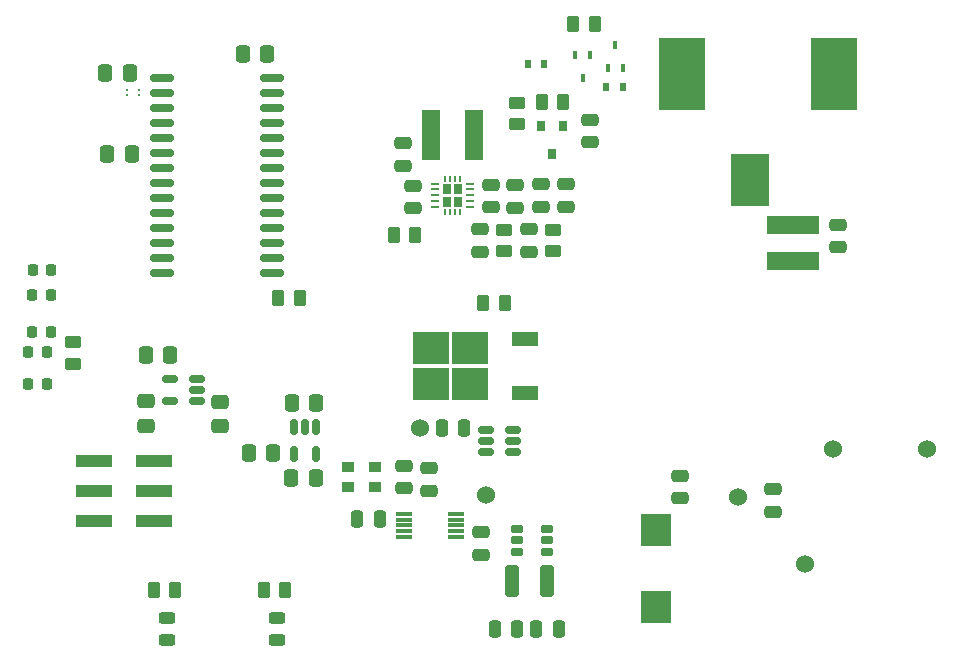
<source format=gbr>
%TF.GenerationSoftware,KiCad,Pcbnew,(6.0.4-0)*%
%TF.CreationDate,2023-06-21T21:10:11-04:00*%
%TF.ProjectId,SignalSlinger,5369676e-616c-4536-9c69-6e6765722e6b,rev?*%
%TF.SameCoordinates,Original*%
%TF.FileFunction,Paste,Top*%
%TF.FilePolarity,Positive*%
%FSLAX46Y46*%
G04 Gerber Fmt 4.6, Leading zero omitted, Abs format (unit mm)*
G04 Created by KiCad (PCBNEW (6.0.4-0)) date 2023-06-21 21:10:11*
%MOMM*%
%LPD*%
G01*
G04 APERTURE LIST*
G04 Aperture macros list*
%AMRoundRect*
0 Rectangle with rounded corners*
0 $1 Rounding radius*
0 $2 $3 $4 $5 $6 $7 $8 $9 X,Y pos of 4 corners*
0 Add a 4 corners polygon primitive as box body*
4,1,4,$2,$3,$4,$5,$6,$7,$8,$9,$2,$3,0*
0 Add four circle primitives for the rounded corners*
1,1,$1+$1,$2,$3*
1,1,$1+$1,$4,$5*
1,1,$1+$1,$6,$7*
1,1,$1+$1,$8,$9*
0 Add four rect primitives between the rounded corners*
20,1,$1+$1,$2,$3,$4,$5,0*
20,1,$1+$1,$4,$5,$6,$7,0*
20,1,$1+$1,$6,$7,$8,$9,0*
20,1,$1+$1,$8,$9,$2,$3,0*%
G04 Aperture macros list end*
%ADD10R,0.230000X0.230000*%
%ADD11O,0.800000X0.230000*%
%ADD12R,0.230000X0.600000*%
%ADD13R,0.650000X0.900000*%
%ADD14R,0.150000X0.600000*%
%ADD15RoundRect,0.218750X-0.218750X-0.256250X0.218750X-0.256250X0.218750X0.256250X-0.218750X0.256250X0*%
%ADD16RoundRect,0.250000X-0.262500X-0.450000X0.262500X-0.450000X0.262500X0.450000X-0.262500X0.450000X0*%
%ADD17RoundRect,0.250000X0.337500X0.475000X-0.337500X0.475000X-0.337500X-0.475000X0.337500X-0.475000X0*%
%ADD18RoundRect,0.150000X-0.150000X0.512500X-0.150000X-0.512500X0.150000X-0.512500X0.150000X0.512500X0*%
%ADD19RoundRect,0.243750X0.456250X-0.243750X0.456250X0.243750X-0.456250X0.243750X-0.456250X-0.243750X0*%
%ADD20RoundRect,0.250000X-0.475000X0.250000X-0.475000X-0.250000X0.475000X-0.250000X0.475000X0.250000X0*%
%ADD21RoundRect,0.250000X0.450000X-0.262500X0.450000X0.262500X-0.450000X0.262500X-0.450000X-0.262500X0*%
%ADD22R,1.500000X4.200000*%
%ADD23R,0.800000X0.900000*%
%ADD24RoundRect,0.218750X0.218750X0.256250X-0.218750X0.256250X-0.218750X-0.256250X0.218750X-0.256250X0*%
%ADD25R,3.150000X1.000000*%
%ADD26C,1.524000*%
%ADD27RoundRect,0.250000X0.475000X-0.250000X0.475000X0.250000X-0.475000X0.250000X-0.475000X-0.250000X0*%
%ADD28R,0.450000X0.700000*%
%ADD29RoundRect,0.250000X0.475000X-0.337500X0.475000X0.337500X-0.475000X0.337500X-0.475000X-0.337500X0*%
%ADD30R,3.300000X4.400000*%
%ADD31R,3.900000X6.200000*%
%ADD32RoundRect,0.250000X-0.450000X0.262500X-0.450000X-0.262500X0.450000X-0.262500X0.450000X0.262500X0*%
%ADD33RoundRect,0.250000X-0.337500X-0.475000X0.337500X-0.475000X0.337500X0.475000X-0.337500X0.475000X0*%
%ADD34RoundRect,0.250000X0.250000X0.475000X-0.250000X0.475000X-0.250000X-0.475000X0.250000X-0.475000X0*%
%ADD35C,0.250000*%
%ADD36R,0.600000X0.700000*%
%ADD37RoundRect,0.250000X-0.250000X-0.475000X0.250000X-0.475000X0.250000X0.475000X-0.250000X0.475000X0*%
%ADD38R,4.400000X1.500000*%
%ADD39R,1.000000X0.900000*%
%ADD40RoundRect,0.150000X-0.512500X-0.150000X0.512500X-0.150000X0.512500X0.150000X-0.512500X0.150000X0*%
%ADD41RoundRect,0.150000X0.875000X0.150000X-0.875000X0.150000X-0.875000X-0.150000X0.875000X-0.150000X0*%
%ADD42RoundRect,0.250000X0.262500X0.450000X-0.262500X0.450000X-0.262500X-0.450000X0.262500X-0.450000X0*%
%ADD43RoundRect,0.150000X0.400000X0.150000X-0.400000X0.150000X-0.400000X-0.150000X0.400000X-0.150000X0*%
%ADD44R,1.400000X0.300000*%
%ADD45R,2.550000X2.770000*%
%ADD46RoundRect,0.250000X0.325000X1.100000X-0.325000X1.100000X-0.325000X-1.100000X0.325000X-1.100000X0*%
%ADD47R,3.050000X2.750000*%
%ADD48R,2.200000X1.200000*%
%ADD49RoundRect,0.150000X0.512500X0.150000X-0.512500X0.150000X-0.512500X-0.150000X0.512500X-0.150000X0*%
G04 APERTURE END LIST*
D10*
%TO.C,U203*%
X87631000Y-76550000D03*
D11*
X87916000Y-76550000D03*
X87916000Y-77050000D03*
D10*
X87631000Y-77050000D03*
D11*
X87916000Y-77550000D03*
D10*
X87631000Y-77550000D03*
X87631000Y-78050000D03*
D11*
X87916000Y-78050000D03*
X87916000Y-78550000D03*
D10*
X87631000Y-78550000D03*
D11*
X90866000Y-78550000D03*
D10*
X91151000Y-78550000D03*
X91151000Y-78050000D03*
D11*
X90866000Y-78050000D03*
X90866000Y-77550000D03*
D10*
X91151000Y-77550000D03*
X91151000Y-77050000D03*
D11*
X90866000Y-77050000D03*
D10*
X91151000Y-76550000D03*
D11*
X90866000Y-76550000D03*
D12*
X89991000Y-76125000D03*
X89591000Y-78975000D03*
X89591000Y-76125000D03*
D13*
X89826000Y-76990000D03*
D14*
X89991000Y-76125000D03*
D13*
X88956000Y-76990000D03*
D14*
X89591000Y-78975000D03*
D12*
X89191000Y-76125000D03*
D13*
X88956000Y-78110000D03*
D14*
X89991000Y-78975000D03*
D12*
X89991000Y-78975000D03*
D13*
X89826000Y-78110000D03*
D12*
X88791000Y-76125000D03*
D14*
X89191000Y-78975000D03*
X88791000Y-76125000D03*
X89191000Y-76125000D03*
D12*
X88791000Y-78975000D03*
D14*
X88791000Y-78975000D03*
X89591000Y-76125000D03*
D12*
X89191000Y-78975000D03*
%TD*%
D15*
%TO.C,D106*%
X53472500Y-93550000D03*
X55047500Y-93550000D03*
%TD*%
D16*
%TO.C,R104*%
X64080000Y-110970000D03*
X65905000Y-110970000D03*
%TD*%
D17*
%TO.C,C102*%
X73697500Y-65560000D03*
X71622500Y-65560000D03*
%TD*%
D18*
%TO.C,U202*%
X77860000Y-97162500D03*
X76910000Y-97162500D03*
X75960000Y-97162500D03*
X75960000Y-99437500D03*
X77860000Y-99437500D03*
%TD*%
D19*
%TO.C,D103*%
X65185000Y-115237500D03*
X65185000Y-113362500D03*
%TD*%
D20*
%TO.C,C108*%
X91770000Y-106090000D03*
X91770000Y-107990000D03*
%TD*%
D21*
%TO.C,R202*%
X97920000Y-82272500D03*
X97920000Y-80447500D03*
%TD*%
D22*
%TO.C,L202*%
X87590000Y-72430000D03*
X91190000Y-72430000D03*
%TD*%
D15*
%TO.C,D110*%
X53812500Y-89090000D03*
X55387500Y-89090000D03*
%TD*%
D23*
%TO.C,D201*%
X98750000Y-71670000D03*
X96850000Y-71670000D03*
X97800000Y-74070000D03*
%TD*%
D21*
%TO.C,R103*%
X94890000Y-71542500D03*
X94890000Y-69717500D03*
%TD*%
D24*
%TO.C,D109*%
X55407500Y-83840000D03*
X53832500Y-83840000D03*
%TD*%
D25*
%TO.C,P101*%
X59075000Y-100050000D03*
X64125000Y-100050000D03*
X59075000Y-102590000D03*
X64125000Y-102590000D03*
X59075000Y-105130000D03*
X64125000Y-105130000D03*
%TD*%
D26*
%TO.C,W101*%
X92270000Y-102910000D03*
X86613146Y-97253146D03*
%TD*%
D27*
%TO.C,C301*%
X116550000Y-104330000D03*
X116550000Y-102430000D03*
%TD*%
%TO.C,C105*%
X85260000Y-102330000D03*
X85260000Y-100430000D03*
%TD*%
D17*
%TO.C,C101*%
X62057500Y-67220000D03*
X59982500Y-67220000D03*
%TD*%
D28*
%TO.C,Q102*%
X102540000Y-66810000D03*
X103840000Y-66810000D03*
X103190000Y-64810000D03*
%TD*%
D29*
%TO.C,C203*%
X69720000Y-97087500D03*
X69720000Y-95012500D03*
%TD*%
D30*
%TO.C,J201*%
X114580000Y-76260000D03*
D31*
X121730000Y-67260000D03*
X108830000Y-67260000D03*
%TD*%
D32*
%TO.C,R203*%
X93750000Y-80447500D03*
X93750000Y-82272500D03*
%TD*%
D33*
%TO.C,C210*%
X75722500Y-101490000D03*
X77797500Y-101490000D03*
%TD*%
D20*
%TO.C,C212*%
X92610000Y-76670000D03*
X92610000Y-78570000D03*
%TD*%
D27*
%TO.C,C213*%
X94650000Y-78580000D03*
X94650000Y-76680000D03*
%TD*%
D33*
%TO.C,C103*%
X60142500Y-74020000D03*
X62217500Y-74020000D03*
%TD*%
D32*
%TO.C,R106*%
X57260000Y-90007500D03*
X57260000Y-91832500D03*
%TD*%
D20*
%TO.C,C204*%
X122020000Y-80040000D03*
X122020000Y-81940000D03*
%TD*%
D26*
%TO.C,W302*%
X113540000Y-103130000D03*
X119196854Y-108786854D03*
%TD*%
D34*
%TO.C,C107*%
X83240000Y-104920000D03*
X81340000Y-104920000D03*
%TD*%
D20*
%TO.C,C211*%
X95840000Y-80440000D03*
X95840000Y-82340000D03*
%TD*%
D28*
%TO.C,Q101*%
X101060000Y-65640000D03*
X99760000Y-65640000D03*
X100410000Y-67640000D03*
%TD*%
D26*
%TO.C,W301*%
X121600000Y-98990000D03*
X129600000Y-98990000D03*
%TD*%
D19*
%TO.C,D104*%
X74525000Y-115237500D03*
X74525000Y-113362500D03*
%TD*%
D16*
%TO.C,R105*%
X73422500Y-110970000D03*
X75247500Y-110970000D03*
%TD*%
D27*
%TO.C,C205*%
X86040000Y-78650000D03*
X86040000Y-76750000D03*
%TD*%
D35*
%TO.C,X101*%
X61870000Y-69070000D03*
X62870000Y-69070000D03*
X62870000Y-68650000D03*
X61870000Y-68650000D03*
%TD*%
D27*
%TO.C,C106*%
X87420000Y-102570000D03*
X87420000Y-100670000D03*
%TD*%
D34*
%TO.C,R107*%
X94850000Y-114270000D03*
X92950000Y-114270000D03*
%TD*%
D27*
%TO.C,C215*%
X99030000Y-78530000D03*
X99030000Y-76630000D03*
%TD*%
D17*
%TO.C,C202*%
X65477500Y-91090000D03*
X63402500Y-91090000D03*
%TD*%
D20*
%TO.C,C207*%
X85160000Y-73150000D03*
X85160000Y-75050000D03*
%TD*%
D17*
%TO.C,C209*%
X74227500Y-99390000D03*
X72152500Y-99390000D03*
%TD*%
D36*
%TO.C,D101*%
X103830000Y-68410000D03*
X102430000Y-68410000D03*
%TD*%
D16*
%TO.C,R205*%
X74627500Y-86230000D03*
X76452500Y-86230000D03*
%TD*%
D37*
%TO.C,C109*%
X88480000Y-97290000D03*
X90380000Y-97290000D03*
%TD*%
D29*
%TO.C,C201*%
X63440000Y-97037500D03*
X63440000Y-94962500D03*
%TD*%
D38*
%TO.C,L201*%
X118215000Y-80045000D03*
X118215000Y-83095000D03*
%TD*%
D39*
%TO.C,X102*%
X82850000Y-100580000D03*
X80550000Y-100580000D03*
X80550000Y-102280000D03*
X82850000Y-102280000D03*
%TD*%
D36*
%TO.C,D102*%
X97150000Y-66440000D03*
X95750000Y-66440000D03*
%TD*%
D40*
%TO.C,U103*%
X92270000Y-97400000D03*
X92270000Y-98350000D03*
X92270000Y-99300000D03*
X94545000Y-99300000D03*
X94545000Y-98350000D03*
X94545000Y-97400000D03*
%TD*%
D41*
%TO.C,U101*%
X74070000Y-84115000D03*
X74070000Y-82845000D03*
X74070000Y-81575000D03*
X74070000Y-80305000D03*
X74070000Y-79035000D03*
X74070000Y-77765000D03*
X74070000Y-76495000D03*
X74070000Y-75225000D03*
X74070000Y-73955000D03*
X74070000Y-72685000D03*
X74070000Y-71415000D03*
X74070000Y-70145000D03*
X74070000Y-68875000D03*
X74070000Y-67605000D03*
X64770000Y-67605000D03*
X64770000Y-68875000D03*
X64770000Y-70145000D03*
X64770000Y-71415000D03*
X64770000Y-72685000D03*
X64770000Y-73955000D03*
X64770000Y-75225000D03*
X64770000Y-76495000D03*
X64770000Y-77765000D03*
X64770000Y-79035000D03*
X64770000Y-80305000D03*
X64770000Y-81575000D03*
X64770000Y-82845000D03*
X64770000Y-84115000D03*
%TD*%
D24*
%TO.C,D108*%
X55367500Y-86020000D03*
X53792500Y-86020000D03*
%TD*%
D42*
%TO.C,R201*%
X86222500Y-80950000D03*
X84397500Y-80950000D03*
%TD*%
D20*
%TO.C,C104*%
X101000000Y-71170000D03*
X101000000Y-73070000D03*
%TD*%
D34*
%TO.C,R108*%
X98380000Y-114270000D03*
X96480000Y-114270000D03*
%TD*%
D43*
%TO.C,U104*%
X97420000Y-107720000D03*
X97420000Y-106770000D03*
X97420000Y-105820000D03*
X94820000Y-105820000D03*
X94820000Y-106770000D03*
X94820000Y-107720000D03*
%TD*%
D42*
%TO.C,R204*%
X93812500Y-86630000D03*
X91987500Y-86630000D03*
%TD*%
D44*
%TO.C,U102*%
X85310000Y-104500000D03*
X85310000Y-105000000D03*
X85310000Y-105500000D03*
X85310000Y-106000000D03*
X85310000Y-106500000D03*
X89710000Y-106500000D03*
X89710000Y-106000000D03*
X89710000Y-105500000D03*
X89710000Y-105000000D03*
X89710000Y-104500000D03*
%TD*%
D24*
%TO.C,D105*%
X55027500Y-90800000D03*
X53452500Y-90800000D03*
%TD*%
D45*
%TO.C,C111*%
X106640000Y-105910000D03*
X106640000Y-112370000D03*
%TD*%
D46*
%TO.C,C110*%
X97375000Y-110230000D03*
X94425000Y-110230000D03*
%TD*%
D33*
%TO.C,C206*%
X75782500Y-95150000D03*
X77857500Y-95150000D03*
%TD*%
D20*
%TO.C,C208*%
X91700000Y-80430000D03*
X91700000Y-82330000D03*
%TD*%
D42*
%TO.C,R101*%
X101432500Y-63030000D03*
X99607500Y-63030000D03*
%TD*%
D27*
%TO.C,C214*%
X96880000Y-78520000D03*
X96880000Y-76620000D03*
%TD*%
D47*
%TO.C,D107*%
X90905000Y-90495000D03*
X87555000Y-90495000D03*
X90905000Y-93545000D03*
X87555000Y-93545000D03*
D48*
X95530000Y-94300000D03*
X95530000Y-89740000D03*
%TD*%
D16*
%TO.C,R102*%
X96937500Y-69680000D03*
X98762500Y-69680000D03*
%TD*%
D27*
%TO.C,C112*%
X108620000Y-103180000D03*
X108620000Y-101280000D03*
%TD*%
D49*
%TO.C,U201*%
X67727500Y-94960000D03*
X67727500Y-94010000D03*
X67727500Y-93060000D03*
X65452500Y-93060000D03*
X65452500Y-94960000D03*
%TD*%
M02*

</source>
